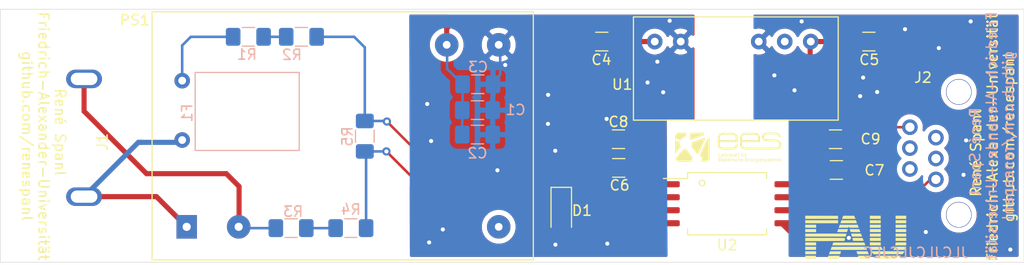
<source format=kicad_pcb>
(kicad_pcb (version 20171130) (host pcbnew "(5.1.6)-1")
  (layers (0 F.Cu signal) (31 B.Cu signal hide) (34 B.Paste user) (35 F.Paste user hide) (36 B.SilkS user) (37 F.SilkS user) (38 B.Mask user) (39 F.Mask user hide) (44 Edge.Cuts user))
  (net 0 "")
  (net 1 GND2)
  (net 2 +5v_iso)
  (net 3 GND)
  (net 4 +5VA)
  (net 5 N)
  (net 6 "Net-(D1-Pad1)")
  (net 7 L)
  (net 8 "Net-(J2-Pad2)")
  (net 9 "Net-(J2-Pad1)")
  (net 10 "Net-(PS1-Pad5)")
  (net 11 "Net-(R1-Pad1)")
  (net 12 "Net-(R3-Pad1)")
  (net 13 "Net-(F1-Pad2)")
  (net 14 "Net-(U1-Pad6)")
  (net 15 "Net-(D1-Pad2)")
  (net 16 "Net-(J2-Pad6)")
  (net 17 "Net-(J2-Pad5)")
  (net 18 "Net-(J2-Pad4)")
  (net 19 "Net-(J2-Pad3)")
  (module Netzfrequenz:6P6C (layer F.Cu) (at 118.4511 100.7087 90)
    (fp_text reference J2 (at 7.747 0) (layer F.SilkS))
    (fp_text value 6P6C)
    (pad "" np_thru_hole circle (at 6.35 3.5 90) (size 2.5 2.5) (drill 2.4) (layers *.Cu *.Mask))
    (pad "" np_thru_hole circle (at -5.65 3.5 90) (size 2.5 2.5) (drill 2.4) (layers *.Cu *.Mask))
    (pad 6 thru_hole circle (at 1.88 1.265 90) (size 1.524 1.524) (drill 0.9) (layers *.Cu *.Mask) (net 16 "Net-(J2-Pad6)"))
    (pad 5 thru_hole circle (at -0.16 1.265 90) (size 1.524 1.524) (drill 0.9) (layers *.Cu *.Mask) (net 17 "Net-(J2-Pad5)"))
    (pad 4 thru_hole circle (at -2.2 1.265 90) (size 1.524 1.524) (drill 0.9) (layers *.Cu *.Mask) (net 18 "Net-(J2-Pad4)"))
    (pad 3 thru_hole circle (at 2.9 -1.275 90) (size 1.524 1.524) (drill 0.9) (layers *.Cu *.Mask) (net 19 "Net-(J2-Pad3)"))
    (pad 2 thru_hole circle (at 0.86 -1.275 90) (size 1.524 1.524) (drill 0.9) (layers *.Cu *.Mask) (net 8 "Net-(J2-Pad2)"))
    (pad 1 thru_hole circle (at -1.18 -1.275 90) (size 1.524 1.524) (drill 0.9) (layers *.Cu *.Mask) (net 9 "Net-(J2-Pad1)"))
  )
  (module Netzfrequenz:IEC_C8_PCB_Connector (layer F.Cu) (at 36.498 98.8418 270)
    (fp_text reference J1 (at 0.4 -1.8 270) (layer F.SilkS))
    (fp_text value Conn_01x02_Male)
    (pad 2 thru_hole oval (at 5.75 -0.01 270) (size 1.8 3.5) (drill oval 1.2 2.6) (layers *.Cu *.Mask) (net 7 L))
    (pad 1 thru_hole oval (at -5.75 -0.01 270) (size 1.8 3.5) (drill oval 1.2 2.6) (layers *.Cu *.Mask) (net 5 N))
  )
  (module Netzfrequenz:EES_Logo (layer F.Cu) (at 99.6805 99.7943)
    (fp_text reference G*** hide)
    (fp_text value LOGO hide)
  )
  (module Leistungsschalter:FAU_small7 (layer F.Cu) (at 111.936 108.5573)
    (fp_text reference G*** hide)
    (fp_text value LOGO hide)
  )
  (module Package_SO:SOIC-8_7.5x5.85mm_P1.27mm (layer F.Cu) (at 99.321 105.2838)
    (fp_text reference U2 (at 0 4.0355) (layer F.SilkS))
    (fp_text value AMC1301)
    (pad 8 smd roundrect (at 5.525 -1.905) (size 1.8 0.6) (layers F.Cu F.Paste F.Mask) (net 4 +5VA))
    (pad 7 smd roundrect (at 5.525 -0.635) (size 1.8 0.6) (layers F.Cu F.Paste F.Mask) (net 19 "Net-(J2-Pad3)"))
    (pad 6 smd roundrect (at 5.525 0.635) (size 1.8 0.6) (layers F.Cu F.Paste F.Mask) (net 18 "Net-(J2-Pad4)"))
    (pad 5 smd roundrect (at 5.525 1.905) (size 1.8 0.6) (layers F.Cu F.Paste F.Mask) (net 3 GND))
    (pad 4 smd roundrect (at -5.525 1.905) (size 1.8 0.6) (layers F.Cu F.Paste F.Mask) (net 1 GND2))
    (pad 3 smd roundrect (at -5.525 0.635) (size 1.8 0.6) (layers F.Cu F.Paste F.Mask) (net 15 "Net-(D1-Pad2)"))
    (pad 2 smd roundrect (at -5.525 -0.635) (size 1.8 0.6) (layers F.Cu F.Paste F.Mask) (net 6 "Net-(D1-Pad1)"))
    (pad 1 smd roundrect (at -5.525 -1.905) (size 1.8 0.6) (layers F.Cu F.Paste F.Mask) (net 2 +5v_iso))
  )
  (module Converter_ACDC:Converter_ACDC_MeanWell_IRM-03-xx_THT (layer F.Cu) (at 46.531 107.5413 90)
    (fp_text reference PS1 (at 20.193 -5.08 180) (layer F.SilkS))
    (fp_text value IRM-03-5)
    (pad 16 thru_hole circle (at 17.78 25.4 90) (size 2.3 2.3) (drill 0.76) (layers *.Cu *.Mask) (net 2 +5v_iso))
    (pad 14 thru_hole circle (at 17.78 30.48 90) (size 2.3 2.3) (drill 0.76) (layers *.Cu *.Mask) (net 1 GND2))
    (pad 3 thru_hole circle (at 0 5.08 90) (size 2.3 2.3) (drill 0.8) (layers *.Cu *.Mask) (net 5 N))
    (pad 1 thru_hole rect (at 0 0 90) (size 2.3 2) (drill 0.8) (layers *.Cu *.Mask) (net 7 L))
    (pad 5 thru_hole circle (at 0 30.48 90) (size 2.3 2.3) (drill 0.76) (layers *.Cu *.Mask) (net 10 "Net-(PS1-Pad5)"))
  )
  (module "Frequenzmessung PCB:RECOM-R05P05S" (layer F.Cu) (at 97.331 85.6338)
    (fp_text reference U1 (at -8.255 8.001) (layer F.SilkS))
    (fp_text value R05P05S_R8)
    (pad 7 thru_hole circle (at 10.16 3.81) (size 1.524 1.524) (drill 0.762) (layers *.Cu *.Mask) (net 4 +5VA))
    (pad 6 thru_hole circle (at 7.62 3.81) (size 1.524 1.524) (drill 0.762) (layers *.Cu *.Mask) (net 14 "Net-(U1-Pad6)"))
    (pad 5 thru_hole circle (at 5.08 3.81) (size 1.524 1.524) (drill 0.762) (layers *.Cu *.Mask) (net 3 GND))
    (pad 2 thru_hole circle (at -2.54 3.81) (size 1.524 1.524) (drill 0.762) (layers *.Cu *.Mask) (net 1 GND2))
    (pad 1 thru_hole circle (at -5.08 3.81) (size 1.524 1.524) (drill 0.762) (layers *.Cu *.Mask) (net 2 +5v_iso))
  )
  (module Diode_SMD:D_SOD-123 (layer F.Cu) (at 83.121 105.9338 270)
    (fp_text reference D1 (at 0.02 -2.018 180) (layer F.SilkS))
    (fp_text value 5V)
    (pad 2 smd rect (at 1.65 0 270) (size 0.9 1.2) (layers F.Cu F.Paste F.Mask) (net 15 "Net-(D1-Pad2)"))
    (pad 1 smd rect (at -1.65 0 270) (size 0.9 1.2) (layers F.Cu F.Paste F.Mask) (net 6 "Net-(D1-Pad1)"))
  )
  (module Capacitor_SMD:C_1206_3216Metric_Pad1.42x1.75mm_HandSolder (layer F.Cu) (at 109.905 98.9838)
    (fp_text reference C9 (at 3.428 -0.015) (layer F.SilkS))
    (fp_text value 10u)
    (pad 2 smd roundrect (at 1.4875 0) (size 1.425 1.75) (layers F.Cu F.Paste F.Mask) (roundrect_rratio 0.175439) (net 3 GND))
    (pad 1 smd roundrect (at -1.4875 0) (size 1.425 1.75) (layers F.Cu F.Paste F.Mask) (roundrect_rratio 0.175439) (net 4 +5VA))
  )
  (module Capacitor_SMD:C_1206_3216Metric_Pad1.42x1.75mm_HandSolder (layer F.Cu) (at 88.7085 98.9838 180)
    (fp_text reference C8 (at 0 1.7) (layer F.SilkS))
    (fp_text value 10u)
    (pad 2 smd roundrect (at 1.4875 0 180) (size 1.425 1.75) (layers F.Cu F.Paste F.Mask) (roundrect_rratio 0.175439) (net 1 GND2))
    (pad 1 smd roundrect (at -1.4875 0 180) (size 1.425 1.75) (layers F.Cu F.Paste F.Mask) (roundrect_rratio 0.175439) (net 2 +5v_iso))
  )
  (module Capacitor_SMD:C_1206_3216Metric_Pad1.42x1.75mm_HandSolder (layer F.Cu) (at 109.9925 101.9838 180)
    (fp_text reference C7 (at -3.7215 -0.033) (layer F.SilkS))
    (fp_text value 100n)
    (pad 2 smd roundrect (at 1.4875 0 180) (size 1.425 1.75) (layers F.Cu F.Paste F.Mask) (roundrect_rratio 0.175439) (net 4 +5VA))
    (pad 1 smd roundrect (at -1.4875 0 180) (size 1.425 1.75) (layers F.Cu F.Paste F.Mask) (roundrect_rratio 0.175439) (net 3 GND))
  )
  (module Capacitor_SMD:C_1206_3216Metric_Pad1.42x1.75mm_HandSolder (layer F.Cu) (at 88.7335 101.7838)
    (fp_text reference C6 (at 0.0875 1.7) (layer F.SilkS))
    (fp_text value 100n)
    (pad 2 smd roundrect (at 1.4875 0) (size 1.425 1.75) (layers F.Cu F.Paste F.Mask) (roundrect_rratio 0.175439) (net 2 +5v_iso))
    (pad 1 smd roundrect (at -1.4875 0) (size 1.425 1.75) (layers F.Cu F.Paste F.Mask) (roundrect_rratio 0.175439) (net 1 GND2))
  )
  (module Resistor_SMD:R_1206_3216Metric_Pad1.42x1.75mm_HandSolder (layer B.Cu) (at 63.93 98.6878 90)
    (fp_text reference R5 (at -0.0254 -1.7018 270) (layer B.SilkS) (effects (justify mirror)))
    (fp_text value 200)
    (pad 2 smd roundrect (at 1.4875 0 90) (size 1.425 1.75) (layers B.Cu B.Paste B.Mask) (roundrect_rratio 0.175439) (net 6 "Net-(D1-Pad1)"))
    (pad 1 smd roundrect (at -1.4875 0 90) (size 1.425 1.75) (layers B.Cu B.Paste B.Mask) (roundrect_rratio 0.175439) (net 15 "Net-(D1-Pad2)"))
  )
  (module Resistor_SMD:R_1206_3216Metric_Pad1.42x1.75mm_HandSolder (layer B.Cu) (at 62.5695 107.6683 180)
    (fp_text reference R4 (at 0 1.82) (layer B.SilkS) (effects (justify mirror)))
    (fp_text value 82k)
    (pad 2 smd roundrect (at 1.4875 0 180) (size 1.425 1.75) (layers B.Cu B.Paste B.Mask) (roundrect_rratio 0.175439) (net 12 "Net-(R3-Pad1)"))
    (pad 1 smd roundrect (at -1.4875 0 180) (size 1.425 1.75) (layers B.Cu B.Paste B.Mask) (roundrect_rratio 0.175439) (net 15 "Net-(D1-Pad2)"))
  )
  (module Resistor_SMD:R_1206_3216Metric_Pad1.42x1.75mm_HandSolder (layer B.Cu) (at 56.7275 107.6683 180)
    (fp_text reference R3 (at -0.2 1.62) (layer B.SilkS) (effects (justify mirror)))
    (fp_text value 82k)
    (pad 2 smd roundrect (at 1.4875 0 180) (size 1.425 1.75) (layers B.Cu B.Paste B.Mask) (roundrect_rratio 0.175439) (net 5 N))
    (pad 1 smd roundrect (at -1.4875 0 180) (size 1.425 1.75) (layers B.Cu B.Paste B.Mask) (roundrect_rratio 0.175439) (net 12 "Net-(R3-Pad1)"))
  )
  (module Resistor_SMD:R_1206_3216Metric_Pad1.42x1.75mm_HandSolder (layer B.Cu) (at 57.7393 88.9797 180)
    (fp_text reference R2 (at 0.9287 -1.7526) (layer B.SilkS) (effects (justify mirror)))
    (fp_text value 82k)
    (pad 2 smd roundrect (at 1.4875 0 180) (size 1.425 1.75) (layers B.Cu B.Paste B.Mask) (roundrect_rratio 0.175439) (net 11 "Net-(R1-Pad1)"))
    (pad 1 smd roundrect (at -1.4875 0 180) (size 1.425 1.75) (layers B.Cu B.Paste B.Mask) (roundrect_rratio 0.175439) (net 6 "Net-(D1-Pad1)"))
  )
  (module Resistor_SMD:R_1206_3216Metric_Pad1.42x1.75mm_HandSolder (layer B.Cu) (at 52.5577 88.9797 180)
    (fp_text reference R1 (at 0.1413 -1.7272) (layer B.SilkS) (effects (justify mirror)))
    (fp_text value 82k)
    (pad 2 smd roundrect (at 1.4875 0 180) (size 1.425 1.75) (layers B.Cu B.Paste B.Mask) (roundrect_rratio 0.175439) (net 13 "Net-(F1-Pad2)"))
    (pad 1 smd roundrect (at -1.4875 0 180) (size 1.425 1.75) (layers B.Cu B.Paste B.Mask) (roundrect_rratio 0.175439) (net 11 "Net-(R1-Pad1)"))
  )
  (module IsolationBarrier:LVR005NS (layer B.Cu) (at 47.3618 96.2695 90)
    (fp_text reference F1 (at -0.1524 -0.7874 90) (layer B.SilkS) (effects (justify mirror)))
    (fp_text value "5 mA ")
    (pad 2 thru_hole circle (at 3.006 -1.27 90) (size 1.524 1.524) (drill 0.762) (layers *.Cu *.Mask) (net 13 "Net-(F1-Pad2)"))
    (pad 1 thru_hole circle (at -2.794 -1.27 90) (size 1.524 1.524) (drill 0.762) (layers *.Cu *.Mask) (net 7 L))
  )
  (module Capacitor_SMD:C_1206_3216Metric_Pad1.42x1.75mm_HandSolder (layer F.Cu) (at 113.1695 89.4438)
    (fp_text reference C5 (at 0.0365 1.778 180) (layer F.SilkS))
    (fp_text value 1u)
    (pad 2 smd roundrect (at 1.4875 0) (size 1.425 1.75) (layers F.Cu F.Paste F.Mask) (roundrect_rratio 0.175439) (net 3 GND))
    (pad 1 smd roundrect (at -1.4875 0) (size 1.425 1.75) (layers F.Cu F.Paste F.Mask) (roundrect_rratio 0.175439) (net 4 +5VA))
  )
  (module Capacitor_SMD:C_1206_3216Metric_Pad1.42x1.75mm_HandSolder (layer F.Cu) (at 87.0805 89.4438 180)
    (fp_text reference C4 (at 0.0365 -1.778 180) (layer F.SilkS))
    (fp_text value 100n)
    (pad 2 smd roundrect (at 1.4875 0 180) (size 1.425 1.75) (layers F.Cu F.Paste F.Mask) (roundrect_rratio 0.175439) (net 1 GND2))
    (pad 1 smd roundrect (at -1.4875 0 180) (size 1.425 1.75) (layers F.Cu F.Paste F.Mask) (roundrect_rratio 0.175439) (net 2 +5v_iso))
  )
  (module Capacitor_SMD:C_1206_3216Metric_Pad1.42x1.75mm_HandSolder (layer B.Cu) (at 74.9692 93.6161)
    (fp_text reference C3 (at 0.0278 -1.69 180) (layer B.SilkS) (effects (justify mirror)))
    (fp_text value 100n)
    (pad 2 smd roundrect (at 1.4875 0) (size 1.425 1.75) (layers B.Cu B.Paste B.Mask) (roundrect_rratio 0.175439) (net 1 GND2))
    (pad 1 smd roundrect (at -1.4875 0) (size 1.425 1.75) (layers B.Cu B.Paste B.Mask) (roundrect_rratio 0.175439) (net 2 +5v_iso))
  )
  (module Capacitor_SMD:C_1206_3216Metric_Pad1.42x1.75mm_HandSolder (layer B.Cu) (at 74.9351 98.5301)
    (fp_text reference C2 (at 0 1.82) (layer B.SilkS) (effects (justify mirror)))
    (fp_text value 1u)
    (pad 2 smd roundrect (at 1.4875 0) (size 1.425 1.75) (layers B.Cu B.Paste B.Mask) (roundrect_rratio 0.175439) (net 1 GND2))
    (pad 1 smd roundrect (at -1.4875 0) (size 1.425 1.75) (layers B.Cu B.Paste B.Mask) (roundrect_rratio 0.175439) (net 2 +5v_iso))
  )
  (module Capacitor_SMD:C_1206_3216Metric_Pad1.42x1.75mm_HandSolder (layer B.Cu) (at 74.9351 96.1425)
    (fp_text reference C1 (at 3.7269 -0.0312) (layer B.SilkS) (effects (justify mirror)))
    (fp_text value 22u)
    (pad 2 smd roundrect (at 1.4875 0) (size 1.425 1.75) (layers B.Cu B.Paste B.Mask) (roundrect_rratio 0.175439) (net 1 GND2))
    (pad 1 smd roundrect (at -1.4875 0) (size 1.425 1.75) (layers B.Cu B.Paste B.Mask) (roundrect_rratio 0.175439) (net 2 +5v_iso))
  )
  (gr_text "     René Spanl \nFriedrich-Alexander-Universität\ngithub.com/renespanl" (at 125.1567 98.6513 90) (layer B.SilkS) (effects (font (size 1 1)) (justify mirror)))
  (gr_text "René Spanl    \nFriedrich-Alexander-Universität\ngithub.com/renespanl" (at 125.2456 98.791 90) (layer F.SilkS) (effects (font (size 1 1))))
  (gr_text JLCJLCJLCJLC (at 117.7526 110.0686) (layer B.SilkS) (effects (font (size 1 1)) (justify mirror)))
  (gr_text "René Spanl \nFriedrich-Alexander-Universität\ngithub.com/renespanl" (at 32.561 98.6767 270) (layer F.SilkS) (effects (font (size 1 1))))
  (gr_line (start 33.321 111) (end 35.321 111) (layer Edge.Cuts) (width 0.05))
  (gr_line (start 35.321 86.2838) (end 33.321 86.2838) (layer Edge.Cuts) (width 0.05))
  (gr_line (start 28.321 111) (end 33.321 111) (layer Edge.Cuts) (width 0.05))
  (gr_line (start 33.321 86.2838) (end 28.321 86.2838) (layer Edge.Cuts) (width 0.05))
  (gr_circle (center 96.87052 103.25608) (end 97.09912 103.40594) (layer F.SilkS) (width 0.12))
  (gr_line (start 28.321 111) (end 28.321 86.2838) (layer Edge.Cuts) (width 0.05))
  (gr_line (start 128.321 111) (end 35.321 111) (layer Edge.Cuts) (width 0.05))
  (gr_line (start 128.321 86.2838) (end 128.321 111) (layer Edge.Cuts) (width 0.05))
  (gr_line (start 35.321 86.2838) (end 128.321 86.2838) (layer Edge.Cuts) (width 0.05))
  (via (at 71.55 107.7953) (size 0.8) (drill 0.4) (layers F.Cu B.Cu) (net 1))
  (segment (start 76.4567 93.6161) (end 76.4567 93.3874) (width 0.25) (layer B.Cu) (net 1))
  (segment (start 76.4567 93.3874) (end 77.156 92.6881) (width 0.25) (layer B.Cu) (net 1))
  (segment (start 77.156 89.9429) (end 77.0492 89.8361) (width 0.25) (layer B.Cu) (net 1))
  (segment (start 77.156 92.6881) (end 77.156 89.9429) (width 0.25) (layer B.Cu) (net 1))
  (segment (start 76.4567 96.1084) (end 76.4226 96.1425) (width 0.25) (layer B.Cu) (net 1))
  (segment (start 76.4567 93.6161) (end 76.4567 96.1084) (width 0.25) (layer B.Cu) (net 1))
  (segment (start 76.4567 96.1766) (end 76.4226 96.1425) (width 0.25) (layer B.Cu) (net 1))
  (segment (start 76.4226 98.5301) (end 76.4226 96.1425) (width 0.25) (layer B.Cu) (net 1))
  (via (at 77.646 91.7298) (size 0.8) (drill 0.4) (layers F.Cu B.Cu) (net 1))
  (via (at 82.55 109.2835) (size 0.8) (drill 0.4) (layers F.Cu B.Cu) (net 1))
  (via (at 81.821 97.4838) (size 0.8) (drill 0.4) (layers F.Cu B.Cu) (net 1))
  (segment (start 93.996 107.1888) (end 92.016 107.1888) (width 0.5) (layer F.Cu) (net 1))
  (segment (start 92.016 107.1888) (end 90.021 109.1838) (width 0.5) (layer F.Cu) (net 1))
  (segment (start 90.021 109.1838) (end 87.621 109.1838) (width 0.5) (layer F.Cu) (net 1))
  (via (at 87.621 109.1838) (size 0.8) (drill 0.4) (layers F.Cu B.Cu) (net 1))
  (via (at 87.552 97.0003) (size 0.8) (drill 0.4) (layers F.Cu B.Cu) (net 1))
  (via (at 82.5355 100.1118) (size 0.8) (drill 0.4) (layers F.Cu B.Cu) (net 1))
  (via (at 76.884 102.0168) (size 0.8) (drill 0.4) (layers F.Cu B.Cu) (net 1))
  (via (at 70.026 95.5398) (size 0.8) (drill 0.4) (layers F.Cu B.Cu) (net 1))
  (via (at 70.407 99.1593) (size 0.8) (drill 0.4) (layers F.Cu B.Cu) (net 1))
  (via (at 70.2165 109.0653) (size 0.8) (drill 0.4) (layers F.Cu B.Cu) (net 1))
  (via (at 93.7115 87.4118) (size 0.8) (drill 0.4) (layers F.Cu B.Cu) (net 1))
  (via (at 93.0765 94.3968) (size 0.8) (drill 0.4) (layers F.Cu B.Cu) (net 1))
  (via (at 92.505 91.4123) (size 0.8) (drill 0.4) (layers F.Cu B.Cu) (net 1))
  (via (at 91.5525 93.4443) (size 0.8) (drill 0.4) (layers F.Cu B.Cu) (net 1))
  (via (at 81.837 94.6508) (size 0.8) (drill 0.4) (layers F.Cu B.Cu) (net 1))
  (segment (start 71.9692 92.1036) (end 73.4817 93.6161) (width 0.25) (layer B.Cu) (net 2))
  (segment (start 71.9692 89.8361) (end 71.9692 92.1036) (width 0.25) (layer B.Cu) (net 2))
  (segment (start 73.4817 96.1084) (end 73.4476 96.1425) (width 0.25) (layer B.Cu) (net 2))
  (segment (start 73.4817 93.6161) (end 73.4817 96.1084) (width 0.25) (layer B.Cu) (net 2))
  (segment (start 73.4476 96.1425) (end 73.4476 98.5301) (width 0.25) (layer B.Cu) (net 2))
  (segment (start 90.121 101.6838) (end 90.221 101.7838) (width 0.5) (layer F.Cu) (net 2))
  (segment (start 90.121 98.9838) (end 90.121 101.6838) (width 0.5) (layer F.Cu) (net 2))
  (segment (start 90.621 101.7838) (end 90.221 101.7838) (width 0.5) (layer F.Cu) (net 2))
  (segment (start 93.996 103.3788) (end 92.216 103.3788) (width 0.5) (layer F.Cu) (net 2))
  (segment (start 92.216 103.3788) (end 90.621 101.7838) (width 0.5) (layer F.Cu) (net 2))
  (segment (start 88.568 89.4438) (end 92.251 89.4438) (width 0.5) (layer F.Cu) (net 2))
  (segment (start 90.196 97.6758) (end 90.196 98.9838) (width 0.5) (layer F.Cu) (net 2))
  (segment (start 88.5045 95.9843) (end 90.196 97.6758) (width 0.5) (layer F.Cu) (net 2))
  (segment (start 85.0755 93.4443) (end 87.6155 95.9843) (width 0.5) (layer F.Cu) (net 2))
  (segment (start 87.6155 95.9843) (end 88.5045 95.9843) (width 0.5) (layer F.Cu) (net 2))
  (segment (start 87.71075 91.57105) (end 88.568 90.7138) (width 0.5) (layer F.Cu) (net 2))
  (segment (start 88.568 90.7138) (end 88.568 89.4438) (width 0.5) (layer F.Cu) (net 2))
  (segment (start 85.0755 93.4443) (end 86.94875 91.57105) (width 0.5) (layer F.Cu) (net 2))
  (segment (start 86.94875 91.57105) (end 87.71075 91.57105) (width 0.5) (layer F.Cu) (net 2))
  (segment (start 71.9692 89.7995) (end 71.9692 89.8361) (width 0.5) (layer F.Cu) (net 2))
  (segment (start 71.931 89.7613) (end 71.9692 89.7995) (width 0.5) (layer F.Cu) (net 2))
  (segment (start 71.931 88.1738) (end 71.931 89.7613) (width 0.5) (layer F.Cu) (net 2))
  (segment (start 72.7565 87.3483) (end 71.931 88.1738) (width 0.5) (layer F.Cu) (net 2))
  (segment (start 85.0755 93.4443) (end 78.9795 87.3483) (width 0.5) (layer F.Cu) (net 2))
  (segment (start 78.9795 87.3483) (end 72.7565 87.3483) (width 0.5) (layer F.Cu) (net 2))
  (via (at 113.9781 94.3727) (size 0.8) (drill 0.4) (layers F.Cu B.Cu) (net 3))
  (via (at 112.6091 92.9617) (size 0.8) (drill 0.4) (layers F.Cu B.Cu) (net 3))
  (via (at 112.317 94.7778) (size 0.8) (drill 0.4) (layers F.Cu B.Cu) (net 3))
  (segment (start 104.646 107.1888) (end 106.078 108.6208) (width 0.5) (layer F.Cu) (net 3))
  (segment (start 110.645315 108.6208) (end 111.211 108.6208) (width 0.5) (layer F.Cu) (net 3))
  (segment (start 106.078 108.6208) (end 110.645315 108.6208) (width 0.5) (layer F.Cu) (net 3))
  (via (at 111.211 108.6208) (size 0.8) (drill 0.4) (layers F.Cu B.Cu) (net 3))
  (via (at 118.7305 108.0493) (size 0.8) (drill 0.4) (layers F.Cu B.Cu) (net 3))
  (via (at 122.4135 102.4613) (size 0.8) (drill 0.4) (layers F.Cu B.Cu) (net 3))
  (via (at 120.0005 90.0788) (size 0.8) (drill 0.4) (layers F.Cu B.Cu) (net 3))
  (via (at 103.935 92.7458) (size 0.8) (drill 0.4) (layers F.Cu B.Cu) (net 3))
  (via (at 126.9855 109.7638) (size 0.8) (drill 0.4) (layers F.Cu B.Cu) (net 3))
  (via (at 123.112 87.4753) (size 0.8) (drill 0.4) (layers F.Cu B.Cu) (net 3))
  (via (at 116.6985 88.2373) (size 0.8) (drill 0.4) (layers F.Cu B.Cu) (net 3))
  (via (at 122.6675 99.0958) (size 0.8) (drill 0.4) (layers F.Cu B.Cu) (net 3))
  (via (at 105.9035 94.2063) (size 0.8) (drill 0.4) (layers F.Cu B.Cu) (net 3))
  (via (at 106.602 87.4753) (size 0.8) (drill 0.4) (layers F.Cu B.Cu) (net 3))
  (segment (start 106.726 103.3788) (end 104.646 103.3788) (width 0.5) (layer F.Cu) (net 4))
  (segment (start 108.4175 101.8963) (end 108.505 101.9838) (width 0.5) (layer F.Cu) (net 4))
  (segment (start 108.4175 98.9838) (end 108.4175 101.8963) (width 0.5) (layer F.Cu) (net 4))
  (segment (start 111.682 89.4438) (end 107.491 89.4438) (width 0.5) (layer F.Cu) (net 4))
  (segment (start 107.4335 89.5013) (end 107.491 89.4438) (width 0.5) (layer F.Cu) (net 4))
  (segment (start 107.4335 96.9838) (end 107.4335 89.5013) (width 0.5) (layer F.Cu) (net 4))
  (segment (start 106.726 103.3788) (end 105.71 103.3788) (width 0.5) (layer F.Cu) (net 4))
  (segment (start 108.505 101.9838) (end 108.121 101.9838) (width 0.5) (layer F.Cu) (net 4))
  (segment (start 108.121 101.9838) (end 106.726 103.3788) (width 0.5) (layer F.Cu) (net 4))
  (segment (start 107.4335 97.9998) (end 108.4175 98.9838) (width 0.5) (layer F.Cu) (net 4))
  (segment (start 107.4335 96.9838) (end 107.4335 97.9998) (width 0.5) (layer F.Cu) (net 4))
  (segment (start 51.738 107.6683) (end 51.611 107.5413) (width 0.25) (layer B.Cu) (net 5))
  (segment (start 55.24 107.6683) (end 51.738 107.6683) (width 0.25) (layer B.Cu) (net 5))
  (segment (start 36.508 96.2483) (end 36.508 93.0918) (width 0.5) (layer F.Cu) (net 5))
  (segment (start 40.75 100.4903) (end 36.508 96.2483) (width 0.5) (layer F.Cu) (net 5))
  (segment (start 51.6492 107.6161) (end 51.6492 103.5955) (width 0.5) (layer F.Cu) (net 5))
  (segment (start 51.6492 103.5955) (end 50.401 102.3473) (width 0.5) (layer F.Cu) (net 5))
  (segment (start 50.401 102.3473) (end 42.607 102.3473) (width 0.5) (layer F.Cu) (net 5))
  (segment (start 42.607 102.3473) (end 40.75 100.4903) (width 0.5) (layer F.Cu) (net 5))
  (segment (start 83.121 104.2838) (end 87.121 104.2838) (width 0.25) (layer F.Cu) (net 6))
  (segment (start 87.486 104.6488) (end 93.996 104.6488) (width 0.25) (layer F.Cu) (net 6))
  (segment (start 87.121 104.2838) (end 87.486 104.6488) (width 0.25) (layer F.Cu) (net 6))
  (via (at 66.089 97.2543) (size 0.8) (drill 0.4) (layers F.Cu B.Cu) (net 6))
  (segment (start 63.93 90.0153) (end 63.93 97.2003) (width 0.25) (layer B.Cu) (net 6))
  (segment (start 59.2268 88.9797) (end 62.8944 88.9797) (width 0.25) (layer B.Cu) (net 6))
  (segment (start 62.8944 88.9797) (end 63.93 90.0153) (width 0.25) (layer B.Cu) (net 6))
  (segment (start 66.035 97.2003) (end 66.089 97.2543) (width 0.25) (layer B.Cu) (net 6))
  (segment (start 63.93 97.2003) (end 66.035 97.2003) (width 0.25) (layer B.Cu) (net 6))
  (segment (start 73.1185 104.2838) (end 66.089 97.2543) (width 0.25) (layer F.Cu) (net 6))
  (segment (start 83.121 104.2838) (end 73.1185 104.2838) (width 0.25) (layer F.Cu) (net 6))
  (segment (start 45.867 99.2883) (end 46.0918 99.0635) (width 0.25) (layer B.Cu) (net 7))
  (segment (start 42.088 99.2883) (end 45.867 99.2883) (width 0.5) (layer B.Cu) (net 7))
  (segment (start 36.508 104.5918) (end 41.8135 99.2863) (width 0.5) (layer B.Cu) (net 7))
  (segment (start 42.086 99.2863) (end 42.088 99.2883) (width 0.5) (layer B.Cu) (net 7))
  (segment (start 41.8135 99.2863) (end 42.086 99.2863) (width 0.5) (layer B.Cu) (net 7))
  (segment (start 43.5815 104.5918) (end 46.531 107.5413) (width 0.5) (layer F.Cu) (net 7))
  (segment (start 36.508 104.5918) (end 43.5815 104.5918) (width 0.5) (layer F.Cu) (net 7))
  (segment (start 54.0452 88.9797) (end 56.2518 88.9797) (width 0.25) (layer B.Cu) (net 11))
  (segment (start 58.215 107.6683) (end 61.082 107.6683) (width 0.25) (layer B.Cu) (net 12))
  (segment (start 46.0918 93.2635) (end 46.0918 89.8195) (width 0.25) (layer B.Cu) (net 13))
  (segment (start 46.9316 88.9797) (end 51.0702 88.9797) (width 0.25) (layer B.Cu) (net 13))
  (segment (start 46.0918 89.8195) (end 46.9316 88.9797) (width 0.25) (layer B.Cu) (net 13))
  (via (at 66.04 100.1753) (size 0.8) (drill 0.4) (layers F.Cu B.Cu) (net 15))
  (segment (start 64.057 100.3023) (end 63.93 100.1753) (width 0.5) (layer B.Cu) (net 15))
  (segment (start 64.057 107.6683) (end 64.057 100.3023) (width 0.25) (layer B.Cu) (net 15))
  (segment (start 63.93 100.1753) (end 66.04 100.1753) (width 0.25) (layer B.Cu) (net 15))
  (segment (start 83.121 107.5838) (end 86.557 107.5838) (width 0.25) (layer F.Cu) (net 15))
  (segment (start 88.222 105.9188) (end 93.796 105.9188) (width 0.25) (layer F.Cu) (net 15))
  (segment (start 86.557 107.5838) (end 88.222 105.9188) (width 0.25) (layer F.Cu) (net 15))
  (segment (start 83.121 107.5838) (end 82.0065 107.5838) (width 0.25) (layer F.Cu) (net 15))
  (segment (start 71.312 105.4473) (end 66.04 100.1753) (width 0.25) (layer F.Cu) (net 15))
  (segment (start 79.87 105.4473) (end 71.312 105.4473) (width 0.25) (layer F.Cu) (net 15))
  (segment (start 82.0065 107.5838) (end 79.87 105.4473) (width 0.25) (layer F.Cu) (net 15))
  (segment (start 119.1721 102.9087) (end 119.7161 102.9087) (width 0.25) (layer F.Cu) (net 18))
  (segment (start 104.3031 106.0077) (end 116.0731 106.0077) (width 0.25) (layer F.Cu) (net 18))
  (segment (start 116.0731 106.0077) (end 119.1721 102.9087) (width 0.25) (layer F.Cu) (net 18))
  (segment (start 104.3031 104.7377) (end 112.7711 104.7377) (width 0.25) (layer F.Cu) (net 19))
  (segment (start 112.7711 104.7377) (end 114.3871 103.1217) (width 0.25) (layer F.Cu) (net 19))
  (segment (start 114.3871 103.1217) (end 114.3871 98.1687) (width 0.25) (layer F.Cu) (net 19))
  (segment (start 114.7471 97.8087) (end 117.1761 97.8087) (width 0.25) (layer F.Cu) (net 19))
  (segment (start 114.3871 98.1687) (end 114.7471 97.8087) (width 0.25) (layer F.Cu) (net 19))
  (zone (net 0) (net_name "") (layers F&B.Cu) (connect_pads (clearance 0.508)) (min_thickness 0.254)
    (keepout (tracks not_allowed) (vias not_allowed) (copperpour not_allowed))
    (fill (arc_segments 32) (thermal_gap 0.508) (thermal_bridge_width 0.508))
    (polygon (pts (xy 103.953284 97.39452) (xy 103.8334 110.9957) (xy 95.040585 110.8814) (xy 95.040585 97.407528)))
  )
  (zone (net 3) (net_name GND) (layer F.Cu) (connect_pads (clearance 0.5)) (min_thickness 0.254) (fill yes (arc_segments 32) (thermal_gap 0.508) (thermal_bridge_width 0.508) (smoothing chamfer))
    (polygon (pts (xy 128.336625 111.2838) (xy 105.3835 111.2838) (xy 105.364139 97.0638) (xy 101.903 97.0638) (xy 101.903 86.2688) (xy 105.35225 86.2838) (xy 128.305375 86.2838)))
  )
  (zone (net 3) (net_name GND) (layer B.Cu) (connect_pads (clearance 0.5)) (min_thickness 0.254) (fill yes (arc_segments 32) (thermal_gap 0.508) (thermal_bridge_width 0.508) (smoothing chamfer))
    (polygon (pts (xy 128.321 111.2838) (xy 105.321 111.2838) (xy 105.332 97.0638) (xy 101.903 97.0638) (xy 101.903 86.2688) (xy 105.321 86.2838) (xy 128.321 86.2838)))
  )
  (zone (net 1) (net_name GND2) (layer F.Cu) (connect_pads (clearance 0.5)) (min_thickness 0.254) (fill yes (arc_segments 32) (thermal_gap 0.508) (thermal_bridge_width 0.508) (smoothing chamfer))
    (polygon (pts (xy 96.1372 86.286245) (xy 96.1372 97.0892) (xy 93.4194 97.0765) (xy 93.5083 111.0338) (xy 68.337314 110.923155) (xy 68.2753 86.3473) (xy 96.0991 86.2942)))
  )
  (zone (net 1) (net_name GND2) (layer B.Cu) (connect_pads (clearance 0.5)) (min_thickness 0.254) (fill yes (arc_segments 32) (thermal_gap 0.508) (thermal_bridge_width 0.508) (smoothing chamfer))
    (polygon (pts (xy 96.0483 86.3323) (xy 96.0483 97.1273) (xy 93.421606 97.0765) (xy 93.5083 111.007802) (xy 68.342129 110.958198) (xy 68.2753 86.3346) (xy 96.0864 86.3323)))
  )
)
</source>
